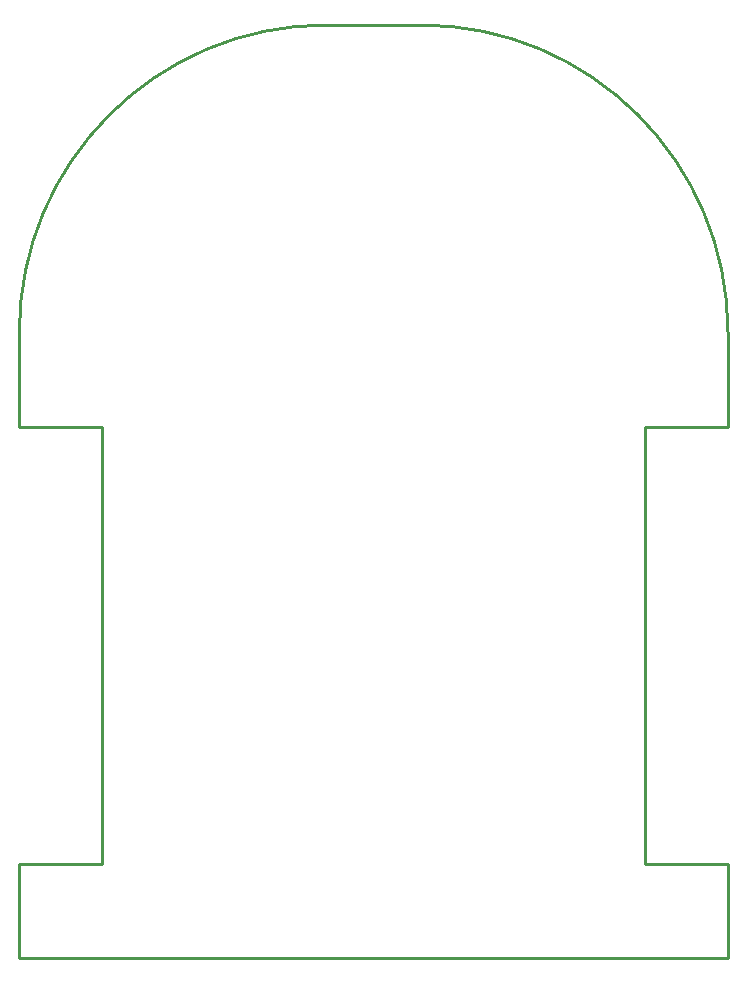
<source format=gko>
G04 Layer: BoardOutlineLayer*
G04 EasyEDA v6.5.46, 2025-06-12 16:27:01*
G04 6984151e568f4603bee7606f082ae18e,f8d66010605f41bc84f108214e51d488,10*
G04 Gerber Generator version 0.2*
G04 Scale: 100 percent, Rotated: No, Reflected: No *
G04 Dimensions in millimeters *
G04 leading zeros omitted , absolute positions ,4 integer and 5 decimal *
%FSLAX45Y45*%
%MOMM*%

%ADD10C,0.2540*%
D10*
X-3009298Y5293202D02*
G01*
X-3009298Y4493201D01*
X-2309304Y4493201D01*
X-2309304Y793203D01*
X-3009298Y793203D01*
X-3009298Y-6797D01*
X2990700Y-6797D01*
X2990700Y793203D01*
X2290701Y793203D01*
X2290701Y4493201D01*
X2990700Y4493201D01*
X2990700Y5293202D01*
X-409308Y7893199D02*
G01*
X390692Y7893199D01*
G75*
G01*
X-409303Y7893200D02*
G03*
X-3009303Y5293200I0J-2600000D01*
G75*
G01*
X2990695Y5293200D02*
G03*
X390695Y7893200I-2600000J0D01*

%LPD*%
M02*

</source>
